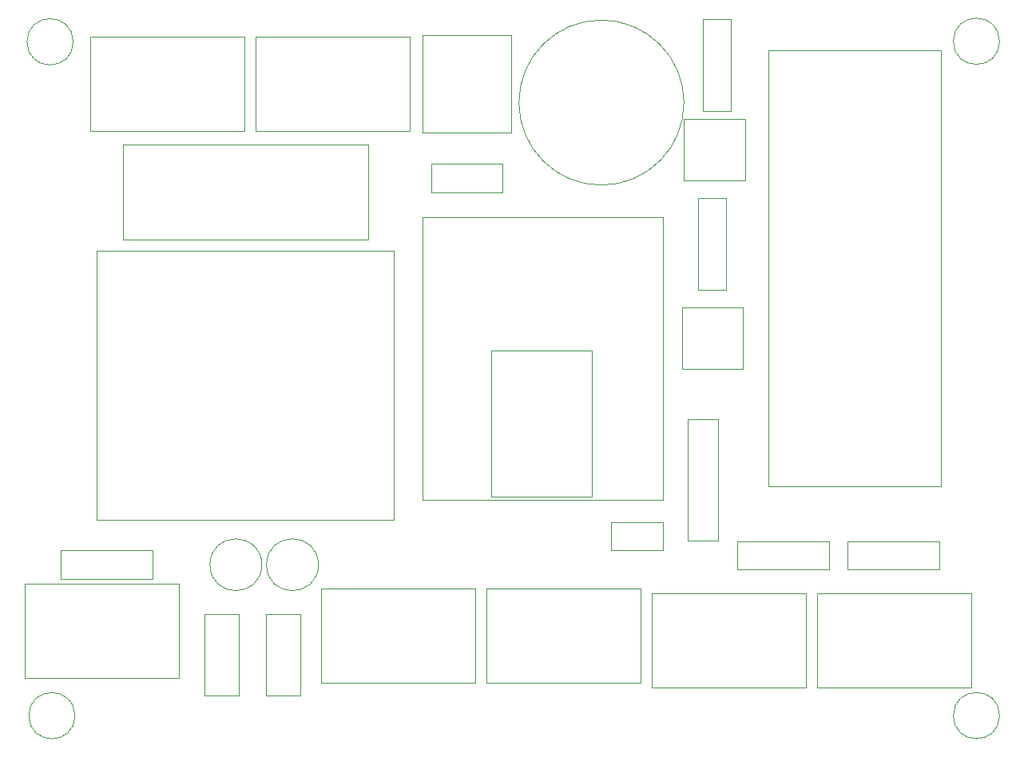
<source format=gbr>
%TF.GenerationSoftware,KiCad,Pcbnew,7.0.9*%
%TF.CreationDate,2024-01-24T18:52:35+01:00*%
%TF.ProjectId,Kicad_Passage_A_niveau_Stockage,4b696361-645f-4506-9173-736167655f41,rev?*%
%TF.SameCoordinates,Original*%
%TF.FileFunction,Other,User*%
%FSLAX46Y46*%
G04 Gerber Fmt 4.6, Leading zero omitted, Abs format (unit mm)*
G04 Created by KiCad (PCBNEW 7.0.9) date 2024-01-24 18:52:35*
%MOMM*%
%LPD*%
G01*
G04 APERTURE LIST*
%ADD10C,0.050000*%
%ADD11C,0.120000*%
G04 APERTURE END LIST*
D10*
%TO.C,D4*%
X135672000Y-61976000D02*
X135672000Y-68476000D01*
X135672000Y-68476000D02*
X142122000Y-68476000D01*
X142122000Y-61976000D02*
X135672000Y-61976000D01*
X142122000Y-68476000D02*
X142122000Y-61976000D01*
%TO.C,J9*%
X150007000Y-92226000D02*
X166347000Y-92226000D01*
X150007000Y-102226000D02*
X150007000Y-92226000D01*
X166347000Y-92226000D02*
X166347000Y-102226000D01*
X166347000Y-102226000D02*
X150007000Y-102226000D01*
%TO.C,C4*%
X91147000Y-89226000D02*
G75*
G03*
X91147000Y-89226000I-2750000J0D01*
G01*
%TO.C,TR1*%
X105147000Y-84476000D02*
X105147000Y-55976000D01*
X105147000Y-84476000D02*
X73647000Y-84476000D01*
X73647000Y-55976000D02*
X105147000Y-55976000D01*
X73647000Y-55976000D02*
X73647000Y-84476000D01*
%TO.C,R1*%
X137897000Y-41086000D02*
X140897000Y-41086000D01*
X140897000Y-41086000D02*
X140897000Y-31366000D01*
X137897000Y-31366000D02*
X137897000Y-41086000D01*
X140897000Y-31366000D02*
X137897000Y-31366000D01*
%TO.C,J8*%
X95197000Y-103066000D02*
X95197000Y-94416000D01*
X95197000Y-94416000D02*
X91597000Y-94416000D01*
X91597000Y-103066000D02*
X95197000Y-103066000D01*
X91597000Y-94416000D02*
X91597000Y-103066000D01*
%TO.C,D3*%
X135907000Y-41976000D02*
X135907000Y-48476000D01*
X135907000Y-48476000D02*
X142357000Y-48476000D01*
X142357000Y-41976000D02*
X135907000Y-41976000D01*
X142357000Y-48476000D02*
X142357000Y-41976000D01*
%TO.C,J7*%
X88697000Y-103066000D02*
X88697000Y-94416000D01*
X88697000Y-94416000D02*
X85097000Y-94416000D01*
X85097000Y-103066000D02*
X88697000Y-103066000D01*
X85097000Y-94416000D02*
X85097000Y-103066000D01*
%TO.C,C1*%
X135897000Y-40226000D02*
G75*
G03*
X135897000Y-40226000I-8750000J0D01*
G01*
%TO.C,REF3*%
X169347000Y-105226000D02*
G75*
G03*
X169347000Y-105226000I-2450000J0D01*
G01*
%TO.C,REF1*%
X71157000Y-33782000D02*
G75*
G03*
X71157000Y-33782000I-2450000J0D01*
G01*
%TO.C,J6*%
X114927000Y-91726000D02*
X131267000Y-91726000D01*
X114927000Y-101726000D02*
X114927000Y-91726000D01*
X131267000Y-91726000D02*
X131267000Y-101726000D01*
X131267000Y-101726000D02*
X114927000Y-101726000D01*
%TO.C,REF4*%
X71347000Y-105226000D02*
G75*
G03*
X71347000Y-105226000I-2450000J0D01*
G01*
%TO.C,J2*%
X66007000Y-91226000D02*
X82347000Y-91226000D01*
X66007000Y-101226000D02*
X66007000Y-91226000D01*
X82347000Y-91226000D02*
X82347000Y-101226000D01*
X82347000Y-101226000D02*
X66007000Y-101226000D01*
%TO.C,R5*%
X69847000Y-87726000D02*
X69847000Y-90726000D01*
X69847000Y-90726000D02*
X79567000Y-90726000D01*
X79567000Y-87726000D02*
X69847000Y-87726000D01*
X79567000Y-90726000D02*
X79567000Y-87726000D01*
%TO.C,J5*%
X97427000Y-91726000D02*
X113767000Y-91726000D01*
X97427000Y-101726000D02*
X97427000Y-91726000D01*
X113767000Y-91726000D02*
X113767000Y-101726000D01*
X113767000Y-101726000D02*
X97427000Y-101726000D01*
%TO.C,R2*%
X153227000Y-86726000D02*
X153227000Y-89726000D01*
X153227000Y-89726000D02*
X162947000Y-89726000D01*
X162947000Y-86726000D02*
X153227000Y-86726000D01*
X162947000Y-89726000D02*
X162947000Y-86726000D01*
%TO.C,D1*%
X108222000Y-33071000D02*
X108222000Y-43381000D01*
X108222000Y-33071000D02*
X117572000Y-33071000D01*
X117572000Y-43381000D02*
X108222000Y-43381000D01*
X117572000Y-43381000D02*
X117572000Y-33071000D01*
%TO.C,F1*%
X76397000Y-44676000D02*
X102397000Y-44676000D01*
X76397000Y-54776000D02*
X76397000Y-44676000D01*
X102397000Y-44676000D02*
X102397000Y-54776000D01*
X102397000Y-54776000D02*
X76397000Y-54776000D01*
%TO.C,REF2*%
X169347000Y-33726000D02*
G75*
G03*
X169347000Y-33726000I-2450000J0D01*
G01*
%TO.C,J3*%
X132507000Y-92226000D02*
X148847000Y-92226000D01*
X132507000Y-102226000D02*
X132507000Y-92226000D01*
X148847000Y-92226000D02*
X148847000Y-102226000D01*
X148847000Y-102226000D02*
X132507000Y-102226000D01*
%TO.C,J4*%
X90507000Y-33226000D02*
X106847000Y-33226000D01*
X90507000Y-43226000D02*
X90507000Y-33226000D01*
X106847000Y-33226000D02*
X106847000Y-43226000D01*
X106847000Y-43226000D02*
X90507000Y-43226000D01*
%TO.C,C2*%
X109147000Y-46726000D02*
X109147000Y-49726000D01*
X109147000Y-49726000D02*
X116647000Y-49726000D01*
X116647000Y-46726000D02*
X109147000Y-46726000D01*
X116647000Y-49726000D02*
X116647000Y-46726000D01*
%TO.C,D2*%
X136297000Y-86656000D02*
X139497000Y-86656000D01*
X139497000Y-86656000D02*
X139497000Y-73796000D01*
X136297000Y-73796000D02*
X136297000Y-86656000D01*
X139497000Y-73796000D02*
X136297000Y-73796000D01*
%TO.C,J1*%
X72927000Y-33226000D02*
X89267000Y-33226000D01*
X72927000Y-43226000D02*
X72927000Y-33226000D01*
X89267000Y-33226000D02*
X89267000Y-43226000D01*
X89267000Y-43226000D02*
X72927000Y-43226000D01*
D11*
%TO.C,U1*%
X108147000Y-82381000D02*
X108147000Y-52381000D01*
X115497000Y-66481000D02*
X126097000Y-66481000D01*
X115497000Y-81981000D02*
X115497000Y-66481000D01*
X115497000Y-81981000D02*
X126097000Y-81981000D01*
X126097000Y-81981000D02*
X126097000Y-66481000D01*
X133647000Y-52381000D02*
X108147000Y-52381000D01*
X133647000Y-82381000D02*
X108147000Y-82381000D01*
X133647000Y-82381000D02*
X133647000Y-52381000D01*
D10*
%TO.C,R4*%
X137397000Y-60086000D02*
X140397000Y-60086000D01*
X140397000Y-60086000D02*
X140397000Y-50366000D01*
X137397000Y-50366000D02*
X137397000Y-60086000D01*
X140397000Y-50366000D02*
X137397000Y-50366000D01*
%TO.C,C3*%
X128147000Y-84726000D02*
X128147000Y-87726000D01*
X128147000Y-87726000D02*
X133647000Y-87726000D01*
X133647000Y-84726000D02*
X128147000Y-84726000D01*
X133647000Y-87726000D02*
X133647000Y-84726000D01*
%TO.C,A1*%
X144867000Y-34666000D02*
X144867000Y-80886000D01*
X144867000Y-34666000D02*
X163147000Y-34666000D01*
X163147000Y-80886000D02*
X144867000Y-80886000D01*
X163147000Y-80886000D02*
X163147000Y-34666000D01*
%TO.C,C5*%
X97147000Y-89226000D02*
G75*
G03*
X97147000Y-89226000I-2750000J0D01*
G01*
%TO.C,R3*%
X151257000Y-89726000D02*
X151257000Y-86726000D01*
X151257000Y-86726000D02*
X141537000Y-86726000D01*
X141537000Y-89726000D02*
X151257000Y-89726000D01*
X141537000Y-86726000D02*
X141537000Y-89726000D01*
%TD*%
M02*

</source>
